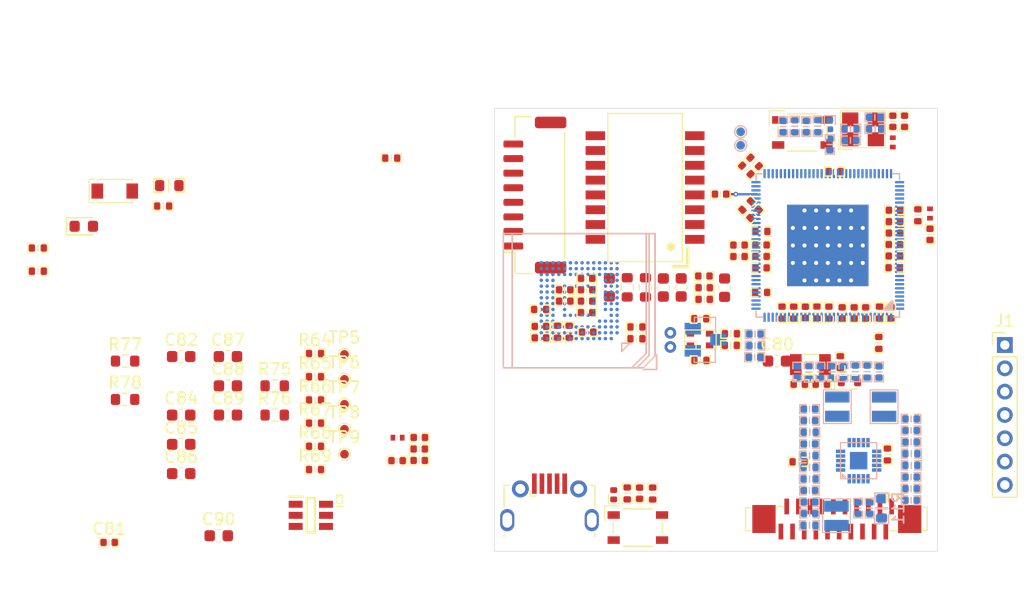
<source format=kicad_pcb>
(kicad_pcb (version 20241229) (generator "pcbnew") (generator_version "9.0")
  (layers (0 "F.Cu" signal) (4 "In1.Cu" signal) (6 "In2.Cu" signal) (8 "In3.Cu" signal) (10 "In4.Cu" signal) (2 "B.Cu" signal) (13 "F.Paste" user) (15 "B.Paste" user) (5 "F.SilkS" user "F.Silkscreen") (7 "B.SilkS" user "B.Silkscreen") (1 "F.Mask" user) (3 "B.Mask" user) (25 "Edge.Cuts" user))
  (net 0 "")
  (net 1 "GND")
  (net 2 "Net-(U7-X2)")
  (net 3 "Net-(U1A-OSC_SOC_XIN)")
  (net 4 "VCC_1V8")
  (net 5 "VDD_0V9")
  (net 6 "Net-(U1A-OSC_RTC_XIN)")
  (net 7 "Net-(U1A-OSC_RTC_XOUT)")
  (net 8 "Net-(U1A-RTC_AVDD3V3)")
  (net 9 "Net-(C74-Pad2)")
  (net 10 "/MIPI_CSI_AVDD_1V8")
  (net 11 "VDD_ARM")
  (net 12 "VCC_DDR")
  (net 13 "Net-(T1-CT1)")
  (net 14 "VCC5V0_SYS")
  (net 15 "/EN3")
  (net 16 "/EN2")
  (net 17 "/EN1")
  (net 18 "Net-(U3-FB1)")
  (net 19 "Net-(U3-FB2)")
  (net 20 "Net-(U3-FB3)")
  (net 21 "Net-(C76-Pad1)")
  (net 22 "Net-(D34-Pad1)")
  (net 23 "Net-(D35-Pad1)")
  (net 24 "TRD0_P")
  (net 25 "VCCIO_FLASH")
  (net 26 "Net-(U1D-CODEC_VCM)")
  (net 27 "Net-(U1D-SARADC_USB_AVDD1V8)")
  (net 28 "/VDDi")
  (net 29 "RX0_N")
  (net 30 "TRD0_N")
  (net 31 "VCC_3V3")
  (net 32 "Net-(U1A-OTP_AVDD1V8_ETH_AVDD1V8_TSADC_AVDD1V8)")
  (net 33 "Net-(U1D-FEPHY_AVDD3V3)")
  (net 34 "Net-(U1A-OSC_SOC_XOUT)")
  (net 35 "/GPIO1_D3_d")
  (net 36 "Net-(U1C-I2C3_SCL_M1_AUD_DSM_N_UART5_TX_M1_PWM11_IR_M2_VI_CIF_CLKO_M1_VO_LCDC_CLK_GPIO1_D3_d)")
  (net 37 "Net-(U1C-MIPI_CLK0_OUT_VI_CIF_CLKO_M0_GPIO3_C4_d)")
  (net 38 "/MIPI{slash}LVDS_MCLK0")
  (net 39 "/MIPI{slash}LVDS_MCLK1")
  (net 40 "RX0_P")
  (net 41 "Net-(U1B-FSPI_CLK_EMMC_CLK_GPIO4_B1_d)")
  (net 42 "/EMMC_CLK")
  (net 43 "/SDMMC_CLK")
  (net 44 "Net-(U1B-JTAG_LPMCU_TCK_M1_I2C0_SCL_M2_PWM10_M0_UART5_RTS_M0_SDMMC_CLK_GPIO3_A4_d)")
  (net 45 "Net-(U1D-DRAM_ZQ)")
  (net 46 "Net-(U1D-FEPHY_REXT)")
  (net 47 "Net-(U1D-CODEC_AVSS)")
  (net 48 "VIN")
  (net 49 "/SDMMC_DET")
  (net 50 "/GPIO0_A4_d")
  (net 51 "/GPIO0_A3_u")
  (net 52 "/GPIO0_A2_d")
  (net 53 "/GPIO1_A2_d")
  (net 54 "/EMMC_D0")
  (net 55 "Net-(J28-Pin_19)")
  (net 56 "/TX_P0+")
  (net 57 "/EMMC_D1")
  (net 58 "/EMMC_D2")
  (net 59 "/TX_P0-")
  (net 60 "/EMMC_D3")
  (net 61 "/RX_P0+")
  (net 62 "/EMMC_D4")
  (net 63 "/RX_P0-")
  (net 64 "/EMMC_D5")
  (net 65 "/GPI3_B0_d")
  (net 66 "/EMMC_D6")
  (net 67 "/GPI3_B1_d")
  (net 68 "Net-(T1-CT3)")
  (net 69 "/EMMC_D7")
  (net 70 "/EMMC_CMD")
  (net 71 "Net-(T1-CT4)")
  (net 75 "/SDMMC_D0")
  (net 76 "/SDMMC_D1")
  (net 78 "/SDMMC_D2")
  (net 79 "/SDMMC_D3")
  (net 80 "/SDMMC_CMD")
  (net 81 "/GPIO0_A5_d")
  (net 82 "/GPIO0_A6_d")
  (net 83 "/GPIO1_A4_d")
  (net 84 "/GPIO1_A3_d")
  (net 85 "/FLASH_ALE{slash}EMMC_RST")
  (net 86 "/MIPI{slash}LVDS_D0_N")
  (net 87 "/GPIO1_B0_d")
  (net 88 "/GPIO1_C7_d")
  (net 89 "/GPIO2_A7_d")
  (net 90 "/MIPI{slash}LVDS_CLK_N")
  (net 91 "/MIPI{slash}LVDS_D2_P")
  (net 92 "Net-(U1B-VCCIO3_VCC)")
  (net 93 "/MIPI{slash}LVDS_CLK_P")
  (net 94 "/USB_P")
  (net 95 "/GPIO1_A1_d")
  (net 96 "/ETH_R_P")
  (net 97 "/GPIO1_A0_d")
  (net 98 "/GPIO1_C5_d")
  (net 99 "/MIC0_P")
  (net 100 "Earth")
  (net 101 "/GPIO1_C2_d")
  (net 102 "/GPIO1_C6_d")
  (net 103 "/GPIO0_A1_d")
  (net 104 "/GPIO1_D0_d")
  (net 105 "/LINEOUT")
  (net 106 "/RECOVERY")
  (net 107 "/MIPI{slash}LVDS_D0_P")
  (net 108 "/MIPI_I2C3_SDA")
  (net 109 "/NPOR")
  (net 110 "/MIPI{slash}LVDS_CLK1_N")
  (net 111 "/GPIO2_B0_d")
  (net 112 "/MIPI{slash}LVDS_CLK1_P")
  (net 113 "/MIC1_N")
  (net 114 "/MIC0_N")
  (net 115 "/GPIO1_B1_d")
  (net 116 "/GPIO2_A2_d")
  (net 117 "/GPIO2_A6_d")
  (net 118 "VCC1V8_MICBIAS")
  (net 119 "/MIPI_I2C_SDA")
  (net 120 "Net-(IC3-BS)")
  (net 121 "/USB_N")
  (net 122 "/GPIO1_C1_d")
  (net 123 "/ETH_T_P")
  (net 124 "/ETH_R_N")
  (net 125 "/GPIO1_C0_d")
  (net 126 "/MIPI{slash}LVDS_RST1")
  (net 127 "/MIPI{slash}LVDS_D2_N")
  (net 128 "/GPIO0_A0_z")
  (net 129 "/GPIO1_D2_d")
  (net 130 "/MIPI_I2C_SCL")
  (net 131 "/GPIO2_B1_d")
  (net 132 "/USB_DET_IN")
  (net 133 "Net-(IC3-LX)")
  (net 134 "/ETH_T_N")
  (net 135 "/GPIO2_A3_d")
  (net 136 "/GPIO1_C3_d")
  (net 137 "/GPIO1_C4_d")
  (net 138 "/GPIO1_D1_d")
  (net 139 "/MIPI{slash}LVDS_D1_N")
  (net 140 "/MIPI{slash}LVDS_D1_P")
  (net 141 "/MIPI_I2C3_SCL")
  (net 142 "/GPIO4_C1_z")
  (net 143 "/MIC1_P")
  (net 144 "Net-(U3-LX)")
  (net 145 "Net-(U3-LX2)")
  (net 146 "Net-(U3-LX3)")
  (net 147 "VCC1V8_CODEC")
  (net 148 "/MIPI{slash}LVDS_RST")
  (net 268 "Net-(D2-Pad2)")
  (net 269 "Net-(D32-PadC)")
  (net 270 "Net-(IC3-FB)")
  (net 271 "/DN")
  (net 272 "/DP")
  (net 274 "/GPIO3_C6_d")
  (net 275 "Net-(FB1-Pad3)")
  (net 276 "Net-(FB1-Pad2)")
  (net 277 "Net-(U1A-TVSS)")
  (net 278 "Net-(D1-K)")
  (net 279 "/USB_VIN")
  (net 280 "Net-(IC3-EN)")
  (net 281 "Net-(U1C-VCCIO5_VCC)")
  (net 282 "Net-(U1C-VCCIO6_VCC)")
  (net 283 "/UART2_TX")
  (net 284 "/UART2_RX")
  (net 285 "/UART1_RTS")
  (net 286 "/UART1_CTS")
  (net 287 "/UART1_RX")
  (net 288 "/UART1_TX")
  (footprint "Footprint Library:R_0402_1005Metric" (layer "F.Cu") (at 98.0425 83.29)
    (property "Reference" "R64")
    (property "Value" "0R")
  )
  (footprint "Footprint Library:TestPoint_Pad_D0.75" (layer "F.Cu") (at 100.5675 83.365)
    (property "Reference" "TP5")
    (property "Value" "DNP")
  )
  (footprint "Footprint Library:R_0402_1005Metric" (layer "F.Cu") (at 124.82 95.29 -90)
    (property "Reference" "R28" (hide yes))
    (property "Value" "100R %5")
  )
  (footprint "Footprint Library:R_0402_1005Metric" (layer "F.Cu") (at 141.09 79.77 -90)
    (property "Reference" "R59" (hide yes))
    (property "Value" "10K %5")
  )
  (footprint "Footprint Library:R_0402_1005Metric" (layer "F.Cu") (at 131.083879 80.303045 180)
    (property "Reference" "R48" (hide yes))
    (property "Value" "0R")
  )
  (footprint "Footprint Library:Test_Point" (layer "F.Cu") (at 128.395609 81.514999 -90)
    (property "Reference" "TP1" (hide yes))
    (property "Value" "DNP")
  )
  (footprint "Resistor_SMD:R_0603_1608Metric" (layer "F.Cu") (at 81.7525 87.23)
    (property "Reference" "R78")
    (property "Value" "30K")
  )
  (footprint "Footprint Library:Feritte_Beads_0402" (layer "F.Cu") (at 150.79 71.28 90)
    (property "Reference" "L7" (hide yes))
    (property "Value" "BLM15PD121SN1" (hide yes))
  )
  (footprint "Footprint Library:C_0402_1005Metric" (layer "F.Cu") (at 143.26 79.81 90)
    (property "Reference" "C51" (hide yes))
    (property "Value" "100nF X5R 16V")
  )
  (footprint "Resistor_SMD:R_0603_1608Metric" (layer "F.Cu") (at 81.7525 83.94)
    (property "Reference" "R77")
    (property "Value" "120K")
  )
  (footprint "Footprint Library:C_0402_1005Metric" (layer "F.Cu") (at 80.3825 99.49)
    (property "Reference" "C81")
    (property "Value" "1nF C0G 50V")
  )
  (footprint "Capacitor_SMD:C_0603_1608Metric" (layer "F.Cu") (at 123.29 77.615 90)
    (property "Reference" "C76" (hide yes))
    (property "Value" "1000pF")
  )
  (footprint "Capacitor_SMD:C_0603_1608Metric" (layer "F.Cu") (at 129.45 77.62 90)
    (property "Reference" "C75" (hide yes))
    (property "Value" "0.01uF")
  )
  (footprint "Footprint Library:TestPoint_Pad_D0.75" (layer "F.Cu") (at 100.5675 85.505)
    (property "Reference" "TP6")
    (property "Value" "DNP")
  )
  (footprint "Footprint Library:R_0402_1005Metric" (layer "F.Cu") (at 125.61 82.02)
    (property "Reference" "R61" (hide yes))
    (property "Value" "DNP")
  )
  (footprint "Footprint Library:R_0402_1005Metric" (layer "F.Cu") (at 117.35 79.51 180)
    (property "Reference" "R21" (hide yes))
    (property "Value" "22R %5")
  )
  (footprint "Footprint Library:R_0402_1005Metric" (layer "F.Cu") (at 104.58 66.53)
    (property "Reference" "R58" (hide yes))
    (property "Value" "0R")
  )
  (footprint "Footprint Library:R_0402_1005Metric" (layer "F.Cu") (at 149.75 71.43 -90)
    (property "Reference" "R24" (hide yes))
    (property "Value" "6.04K %1")
  )
  (footprint "Resistor_SMD:R_0603_1608Metric" (layer "F.Cu") (at 94.5825 88.57)
    (property "Reference" "R76")
    (property "Value" "15K")
  )
  (footprint "Footprint Library:R_0402_1005Metric" (layer "F.Cu") (at 146.4 82.38 90)
    (property "Reference" "R7" (hide yes))
    (property "Value" "22R %5")
  )
  (footprint "Footprint Library:C_0402_1005Metric" (layer "F.Cu") (at 147.75 71 180)
    (property "Reference" "C15" (hide yes))
    (property "Value" "1uF X5R 6.3V")
  )
  (footprint "Footprint Library:R_0402_1005Metric" (layer "F.Cu") (at 135.04 67.5363 135)
    (property "Reference" "R31" (hide yes))
    (property "Value" "0R")
  )
  (footprint "Footprint Library:R_0402_1005Metric" (layer "F.Cu") (at 139.1 79.78 90)
    (property "Reference" "R63" (hide yes))
    (property "Value" "DNP")
  )
  (footprint "Capacitor_SMD:C_0603_1608Metric" (layer "F.Cu") (at 127.92 77.625 -90)
    (property "Reference" "C74" (hide yes))
    (property "Value" "0.01uF")
  )
  (footprint "Footprint Library:C_0402_1005Metric" (layer "F.Cu") (at 132.83 69.62 180)
    (property "Reference" "C9" (hide yes))
    (property "Value" "100nF X5R 16V")
  )
  (footprint "Footprint Library:C_0402_1005Metric" (layer "F.Cu") (at 150.79 73.07 -90)
    (property "Reference" "C52" (hide yes))
    (property "Value" "100nF X5R 16V")
  )
  (footprint "Footprint Library:Test_Point" (layer "F.Cu") (at 128.519378 82.725422 -90)
    (property "Reference" "TP2" (hide yes))
    (property "Value" "DNP")
  )
  (footprint "Footprint Library:C_0402_1005Metric" (layer "F.Cu") (at 147.74 73.94 180)
    (property "Reference" "C20" (hide yes))
    (property "Value" "1uF X5R 6.3V")
  )
  (footprint "Connector_PinHeader_2.00mm:PinHeader_1x07_P2.00mm_Vertical" (layer "F.Cu") (at 157.21 82.56)
    (property "Reference" "J1")
    (property "Value" "DNP")
  )
  (footprint "Footprint Library:R_0402_1005Metric" (layer "F.Cu") (at 131.098021 83.881005 180)
    (property "Reference" "R49" (hide yes))
    (property "Value" "0R")
  )
  (footprint "Footprint Library:R_0402_1005Metric" (layer "F.Cu") (at 98.0425 87.27)
    (property "Reference" "R66")
    (property "Value" "15K")
  )
  (footprint "Capacitor_SMD:C_0603_1608Metric" (layer "F.Cu") (at 86.5625 93.59)
    (property "Reference" "C86")
    (property "Value" "22uF 16V X5R")
  )
  (footprint "Capacitor_SMD:C_0603_1608Metric" (layer "F.Cu") (at 137.67 83.94)
    (property "Reference" "C80")
    (property "Value" "10uF 25V X5R")
  )
  (footprint "Footprint Library:SY8113B" (layer "F.Cu") (at 97.6825 97.17)
    (property "Reference" "IC3")
    (property "Value" "SY8113B" (hide yes))
  )
  (footprint "Footprint Library:SKRPANE010" (layer "F.Cu") (at 139.845 64.3269)
    (property "Reference" "S6" (hide yes))
    (property "Value" "SKRPANE010" (hide yes))
  )
  (footprint "Footprint Library:C_0402_1005Metric" (layer "F.Cu") (at 147.75 72.96 180)
    (property "Reference" "C18" (hide yes))
    (property "Value" "100nF X5R 16V")
  )
  (footprint "Footprint Library:TestPoint_Pad_D0.75" (layer "F.Cu") (at 100.5675 87.645)
    (property "Reference" "TP7")
    (property "Value" "DNP")
  )
  (footprint "Footprint Library:SMD3225-4P" (layer "F.Cu") (at 145.05 64.06)
    (property "Reference" "U7" (hide yes))
    (property "Value" "24MHz" (hide yes))
  )
  (footprint "Footprint Library:TestPoint_Pad_D0.75" (layer "F.Cu") (at 100.5675 91.925)
    (property "Reference" "TP9")
    (property "Value" "DNP")
  )
  (footprint "Footprint Library:C_0402_1005Metric" (layer "F.Cu") (at 144.29 79.81 90)
    (property "Reference" "C13" (hide yes))
    (property "Value" "10uF X5R 6.3V")
  )
  (footprint "Footprint Library:JST_1x8_1MP_P1.25mm_Vertical" (layer "F.Cu") (at 115.05 65.32 90)
    (property "Reference" "J13" (hide yes))
    (property "Value" "JST_1x8-1MP_P1.25mm_Vertical")
  )
  (footprint "Footprint Library:R_0603_1608Metric" (layer "F.Cu") (at 85.54 68.885)
    (property "Reference" "R45" (hide yes))
    (property "Value" "DNP")
  )
  (footprint "Footprint Library:R_0402_1005Metric" (layer "F.Cu") (at 98.0425 91.25)
    (property "Reference" "R68")
    (property "Value" "DNP")
  )
  (footprint "Footprint Library:C_0402_1005Metric" (layer "F.Cu") (at 106.98 92.46)
    (property "Reference" "C26" (hide yes))
    (property "Value" "1uF X5R 6.3V")
  )
  (footprint "Footprint Library:C_0402_1005Metric" (layer "F.Cu") (at 136.3 73.98)
    (property "Reference" "C24" (hide yes))
    (property "Value" "1uF X5R 6.3V")
  )
  (footprint "Footprint Library:Feritte_Beads_0402" (layer "F.Cu") (at 147.6 65.18 90)
    (property "Reference" "L1" (hide yes))
    (property "Value" "BLM15PD121SN1" (hide yes))
  )
  (footprint "Footprint Library:C_0402_1005Metric" (layer "F.Cu") (at 131.42 77.6425 180)
    (property "Reference" "C72" (hide yes))
    (property "Value" "100nF X5R 16V")
  )
  (footprint "Footprint Library:R_0402_1005Metric" (layer "F.Cu") (at 98.0425 93.24)
    (property "Reference" "R69")
    (property "Value" "0R")
  )
  (footprint "Footprint Library:C_0402_1005Metric" (layer "F.Cu") (at 145.27 79.81 90)
    (property "Reference" "C12" (hide yes))
    (property "Value" "10uF X5R 6.3V")
  )
  (footprint "Footprint Library:R_0402_1005Metric" (layer "F.Cu") (at 139.52 92.58)
    (property "Reference" "R22" (hide yes))
    (property "Value" "22R %5")
  )
  (footprint "Footprint Library:C_0402_1005Metric" (layer "F.Cu") (at 134.41 74.97 180)
    (property "Reference" "C73" (hide yes))
    (property "Value" "1uF X5R 6.3V")
  )
  (footprint "Footprint Library:C_0402_1005Metric" (layer "F.Cu") (at 105.08 92.48 180)
    (property "Reference" "C27" (hide yes))
    (property "Value" "100nF X5R 16V")
  )
  (footprint "Footprint Library:C_0402_1005Metric" (layer "F.Cu") (at 121.34 77.82)
    (property "Reference" "C69" (hide yes))
    (property "Value" "100nF X5R 16V")
  )
  (footprint "Footprint Library:R_0402_1005Metric" (layer "F.Cu") (at 119.85 81.42 -90)
    (property "Reference" "R57" (hide yes))
    (property "Value" "50K %5")
  )
  (footprint "Resistor_SMD:R_0603_1608Metric" (layer "F.Cu") (at 124.82 77.615 90)
    (property "Reference" "R71" (hide yes))
    (property "Value" "75R")
  )
  (footprint "Footprint Library:R_0402_1005Metric" (layer "F.Cu") (at 98.0425 89.26)
    (property "Reference" "R67")
    (property "Value" "0R")
  )
  (footprint "Footprint Library:R_0402_1005Metric" (layer "F.Cu") (at 135.05826 70.59804 -135)
    (property "Reference" "R30" (hide yes))
    (property "Value" "0R")
  )
  (footprint "Footprint Library:R_0402_1005Metric" (layer "F.Cu") (at 147.14 91.95 90)
    (property "Reference" "R6" (hide yes))
    (property "Value" "22R %5")
  )
  (footprint "Footprint Library:C_0402_1005Metric" (layer "F.Cu") (at 131.4 76.64 180)
    (property "Reference" "C22" (hide yes))
    (property "Value" "10uF X5R 6.3V")
  )
  (footprint "Footprint Library:SKRPANE010" (layer "F.Cu") (at 125.735 98.2169)
    (property "Reference" "S5" (hide yes))
    (property "Value" "SKRPANE010" (hide yes))
  )
  (footprint "Footprint Library:R_0402_1005Metric" (layer "F.Cu") (at 146.46 79.78 -90)
    (property "Reference" "R5" (hide yes))
    (property "Value" "1R %5")
  )
  (footprint "Capacitor_SMD:C_0603_1608Metric" (layer "F.Cu") (at 86.5625 91.08)
    (property "Reference" "C85")
    (property "Value" "22pF")
  )
  (footprint "Resistor_SMD:R_0603_1608Metric" (layer "F.Cu") (at 94.5825 86.06)
    (property "Reference" "R75")
    (property "Value" "110K")
  )
  (footprint "Footprint Library:R_0402_1005Metric" (layer "F.Cu") (at 133.715199 81.58998 180)
    (property "Reference" "R46" (hide yes))
    (property "Value" "2.2R %5")
  )
  (footprint "Footprint Library:R_0402_1005Metric" (layer "F.Cu") (at 133.70705 82.59 180)
    (property "Reference" "R47" (hide yes))
    (property "Value" "2.2R %5")
  )
  (footprint "Footprint Library:R_0402_1005Metric" (layer "F.Cu") (at 127 95.3 90)
    (property "Reference" "R27" (hide yes))
    (property "Value" "10K %5")
  )
  (footprint "Crystal:Crystal_SMD_3215-2Pin_3.2x1.5mm" (layer "F.Cu") (at 140.53 84.24 180)
    (property "Reference" "Y1" (hide yes))
    (property "Value" "Crystal_32.768kHz")
  )
  (footprint "Footprint Library:C_0402_1005Metric" (layer "F.Cu") (at 121.34 78.8 180)
    (property "Reference" "C63" (hide yes))
    (property "Value" "100nF X5R 16V")
  )
  (footprint "Footprint Library:SS14" (layer "F.Cu") (at 80.865 69.355)
    (property "Reference" "D32" (hide yes))
    (property "Value" "MBR230LSFT1G" (hide yes))
  )
  (footprint "Footprint Library:AFC11-S20ICA-00" (layer "F.Cu") (at 140.25 97.485 180)
    (property "Reference" "J28" (hide yes))
    (property "Value" "AFC11-S20ICA-00")
  )
  (footprint "LED_SMD:LED_0603_1608Metric" (layer "F.Cu") (at 78.21 72.375)
    (property "Reference" "D2" (hide yes))
    (property "Value" "LED_White")
  )
  (footprint "Footprint Library:C_0402_1005Metric" (layer "F.Cu") (at 106.99 90.49)
    (property "Reference" "C28" (hide yes))
    (property "Value" "10uF X5R 6.3V")
  )
  (footprint "Capacitor_SMD:C_0603_1608Metric" (layer "F.Cu") (at 86.5625 83.55)
    (property "Reference" "C82")
    (property "Value" "10uF 25V X5R")
  )
  (footprint "Footprint Library:C_0402_1005Metric" (layer "F.Cu") (at 147.75 71.98 180)
    (property "Reference" "C14" (hide yes))
    (property "Value" "1uF X5R 6.3V")
  )
  (footprint "Footprint Library:C_0402_1005Metric" (layer "F.Cu") (at 139.58 85.93)
    (property "Reference" "C6" (hide yes))
    (property "Value" "18pF 50V C0G")
  )
  (footprint "Capacitor_SMD:C_0603_1608Metric" (layer "F.Cu") (at 90.5725 86.06)
    (property "Reference" "C88")
    (property "Value" "100nF 16V X5R")
  )
  (footprint "Footprint Library:C_0402_1005Metric" (layer "F.Cu") (at 147.74 74.92 180)
    (property "Reference" "C19" (hide yes))
    (property "Value" "10uF X5R 6.3V")
  )
  (footprint "Footprint Library:C_0402_1005Metric" (layer "F.Cu") (at 121.43 81.45 180)
    (property "Reference" "C62" (hide yes))
    (property "Value" "1uF X5R 6.3V")
  )
  (footprint "footprint:Micro-B SMD" (layer "F.Cu") (at 118.155 94.9)
    (property "Reference" "J20" (hide yes))
    (property "Value" "MICRO XNJ ZB" (hide yes))
  )
  (footprint "Footprint Library:C_0402_1005Metric" (layer "F.Cu") (at 106.98 91.48)
    (property "Reference" "C29" (hide yes))
    (property "Value" "100nF X5R 16V")
  )
  (footprint "Footprint Library:0603_Ferrite Beads" (layer "F.Cu") (at 133.17 77.6425 90)
    (property "Reference" "L8" (hide yes))
    (property "Value" "CBG160808U000T")
  )
  (footprint "Footprint Library:Feritte_Beads_0402" (layer "F.Cu") (at 105.12 90.51)
    (property "Reference" "L2" (hide yes))
    (property "Value" "BLM15PD121SN1" (hide yes))
  )
  (footprint "Footprint Library:TestPoint_Pad_D0.75" (layer "F.Cu") (at 100.5675 89.785)
    (property "Reference" "TP8")
    (property "Value" "DNP")
  )
  (footprint "Footprint Library:C_0402_1005Metric" (layer "F.Cu") (at 131.42 78.6425 180)
    (property "Reference" "C71" (hide yes))
    (property "Value" "4.7uF X5R 6.3V")
  )
  (footprint "Capacitor_SMD:C_0603_1608Metric" (layer "F.Cu") (at 86.5625 88.57)
    (property "Reference" "C84")
    (property "Value" "100nF")
  )
  (footprint "Footprint Library:C_0402_1005Metric" (layer "F.Cu") (at 121.34 79.78 180)
    (property "Reference" "C68" (hide yes))
    (property "Value" "100nF X5R 16V")
  )
  (footprint "Footprint Library:C_0402_1005Metric" (layer "F.Cu") (at 117.38 81.94 180)
    (property "Reference" "C67" (hide yes))
    (property "Value" "4.7uF X5R 6.3V")
  )
  (footprint "Footprint Library:C_0402_1005Metric" (layer "F.Cu") (at 117.38 80.96 180)
    (property "Reference" "C66" (hide yes))
    (property "Value" "100nF X5R 16V")
  )
  (footprint "Capacitor_SMD:C_0603_1608Metric" (layer "F.Cu") (at 90.5725 83.55)
    (property "Reference" "C87")
    (property "Value" "22uF 16V X5R")
  )
  (footprint "Footprint Library:C_0402_1005Metric" (layer "F.Cu") (at 134.41 73.99 180)
    (property "Reference" "C25" (hide yes))
    (property "Value" "100nF X5R 16V")
  )
  (footprint "Footprint Library:C_0402_1005Metric" (layer "F.Cu") (at 147.6 63.37 90)
    (property "Reference" "C3" (hide yes))
    (property "Value" "100nF X5R 16V")
  )
  (footprint "Footprint Library:C_0402_1005Metric" (layer "F.Cu") (at 140.1 79.76 90)
    (property "Reference" "C79" (hide yes))
    (property "Value" "1nF C0G 50V")
  )
  (footprint "Footprint Library:R_0402_1005Metric" (layer "F.Cu") (at 98.0425 85.28)
    (property "Reference" "R65")
    (property "Value" "10K")
  )
  (footprint "Footprint Library:C_0402_1005Metric" (layer "F.Cu") (at 141.47 85.93 180)
    (property "Reference" "C7" (hide yes))
    (property "Value" "18pF 50V C0G")
  )
  (footprint "Footprint Library:R_0402_1005Metric" (layer "F.Cu") (at 74.265 76.23)
    (property "Reference" "R44" (hide yes))
    (property "Value" "4.7K %5")
  )
  (footprint "Footprint Library:C_0402_1005Metric" (layer "F.Cu") (at 148.61 63.37 90)
    (property "Reference" "C4" (hide yes))
    (property "Value" "100nF X5R 16V")
  )
  (footprint "Diode_SMD:D_SOD-523" (layer "F.Cu") (at 143.88 85.75)
    (property "Reference" "D1" (hide yes))
    (property "Value" "RB521S-30")
  )
  (footprint "Footprint Library:R_0402_1005Metric" (layer "F.Cu") (at 125.61 81.01)
    (property "Reference" "R55" (hide yes))
    (property "Value" "10K %5")
  )
  (footprint "Footprint Library:R_0402_1005Metric" (layer "F.Cu") (at 85.015 70.64)
    (property "Reference" "R50" (hide yes))
    (property "Value" "DNP")
  )
  (footprint "Resistor_SMD:R_0603_1608Metric" (layer "F.Cu") (at 126.38 77.615 90)
    (property "Reference" "R70" (hide yes))
    (property "Value" "75R")
  )
  (footprint "Footprint Library:C_0402_1005Metric" (layer "F.Cu") (at 121.34 76.84)
    (property "Reference" "C70" (hide yes))
    (property "Value" "4.7uF X5R 6.3V")
  )
  (footprint "Footprint Library:R_0402_1005Metric" (layer "F.Cu") (at 138.1 79.78 -90)
    (property "Reference" "R62" (hide yes))
    (property "Value" "0R")
  )
  (footprint "Footprint Library:R_0402_1005Metric" (layer "F.Cu") (at 136.31 78.05 180)
    (property "Reference" "R25" (hide yes))
    (property "Value" "0R")
  )
  (footprint "Footprint Library:R_0402_1005Metric" (layer "F.Cu") (at 135.74826 66.85456 135)
    (property "Reference" "R32" (hide yes))
    (property "Value" "0R")
  )
  (footprint "Footprint Library:R_0402_1005Metric" (layer "F.Cu") (at 118.84 81.42 -90)
    (property "Reference" "R56" (hide yes))
    (property "Value" "10K %5")
  )
  (footprint "Footprint Library:C_0402_1005Metric" (layer "F.Cu") (at 147.45 79.8 90)
    (property "Reference" "C11" (hide yes))
    (property "Value" "100nF X5R 16V")
  )
  (footprint "Footprint Library:ESD5341N" (layer "F.Cu") (at 123.66 95.802995 90)
    (property "Reference" "D34" (hide yes))
    (property "Value" "ESD5451N" (hide yes))
  )
  (footprint "Footprint Library:C_0402_1005Metric" (layer "F.Cu") (at 136.3 74.96)
    (property "Reference" "C23" (hide yes))
    (property "Value" "10uF X5R 6.3V")
  )
  (footprint "Footprint Library:R_0402_1005Metric" (layer "F.Cu") (at 135.74173 71.30457 -135)
    (property "Reference" "R29" (hide yes))
    (property "Value" "0R")
  )
  (footprint "Footprint Library:R_0402_1005Metric" (layer "F.Cu") (at 142.12 79.78 90)
    (property "Reference" "R60" (hide yes))
    (property "Value" "10K %5")
  )
  (footprint "Footprint Library:C_0402_1005Metric" (layer "F.Cu") (at 119.46 78.8 180)
    (property "Reference" "C64" (hide yes))
    (property "Value" "100nF X5R 16V")
  )
  (footprint "Footprint Library:R_0402_1005Metric" (layer "F.Cu") (at 143.1 84.03 90)
    (property "Reference" "R3" (hide yes))
    (property "Value" "100R %5")
  )
  (footprint "Footprint Library:C_0402_1005Metric" (layer "F.Cu") (at 119.46 77.82 180)
    (property "Reference" "C65" (hide yes))
    (property "Value" "100nF X5R 16V")
  )
  (footprint "Footprint Library:R_0402_1005Metric" (layer "F.Cu") (at 74.265 74.24)
    (property "Reference" "R43" (hide yes))
    (property "Value" "4.7K %5")
  )
  (footprint "Capacitor_SMD:C_0603_1608Metric" (layer "F.Cu") (at 89.7825 98.92)
    (property "Reference" "C90")
    (property "Value" "100nF 16V X5R")
  )
  (footprint "Footprint Library:SMD-4P,2.0x1.2mm" (layer "F.Cu") (at 130.239981 82.58998)
    (property "Reference" "FB1" (hide yes))
    (property "Value" "DNP")
  )
  (footprint "Footprint Library:C_0402_1005Metric" (layer "F.Cu") (at 125.88 95.27 -90)
    (property "Reference" "C77" (hide yes))
    (property "Value" "1nF C0G 50V")
  )
  (footprint "Footprint Library:R_0402_1005Metric" (layer "F.Cu") (at 135.76 83.61)
    (property "Reference" "R26" (hide yes))
    (property "Value" "1R %5")
  )
  (footprint "Footprint Library:R_0402_1005Metric" (layer "F.Cu") (at 136.33 72.82)
    (property "Reference" "R23" (hide yes))
    (property "Value" "240R %1")
  )
  (footprint "Footprint Library:C_0402_1005Metric" (layer "F.Cu") (at 147.72 75.93 180)
    (property "Reference" "C21" (hide yes))
    (property "Value" "100nF X5R 16V")
  )
  (footprint "Footprint Library:R_0402_1005Metric" (layer "F.Cu") (at 142.61 67.68)
    (property "Reference" "R4" (hide yes))
    (property "Value" "22R %5")
  )
  (footprint "Footprint Library:H1102NL" (layer "F.Cu") (at 126.35 69.05175 90)
    (property "Reference" "T1" (hide yes))
    (property "Value" "H1102NL" (hide yes))
  )
  (footprint "Footprint Library:C_0402_1005Metric" (layer "F.Cu") (at 136.3 75.94)
    (property "Reference" "C50" (hide yes))
    (property "Value" "100nF X5R 16V")
  )
  (footprint "Capacitor_SMD:C_0603_1608Metric" (layer "F.Cu") (at 90.5725 88.57)
    (property "Reference" "C89")
    (property "Value" "100nF 16V X5R")
  )
  (footprint "Footprint Library:C_0402_1005Metric" (layer "B.Cu") (at 142.2 65.36 90)
    (property "Reference" "C10" (hide yes))
    (property "Value" "100nF X5R 16V")
  )
  (footprint "Footprint Library:EA3036C" (layer "B.Cu") (at 144.67 92.48)
    (property "Reference" "U3" (hide yes))
    (property "Value" "EA3036C")
  )
  (footprint "Footprint Library:C_0402_1005Metric" (layer "B.Cu") (at 140.46 96.03 180)
    (property "Reference" "C44" (hide yes))
    (property "Value" "10uF")
  )
  (footprint "Footprint Library:FTC252012S1R5MBCA" (layer "B.Cu") (at 146.855 87.025 -90)
    (property "Reference" "L4" (hide yes))
    (property "Value" "FTC252012S1R5MBCA")
  )
  (footprint "Footprint Library:RV1106G3" (layer "B.Cu") (at 141.965 74.07)
    (property "Reference" "U1" (hide yes))
    (property "Value" "RV1106G3")
  )
  (footprint "Footprint Library:C_0402_1005Metric" (layer "B.Cu") (at 149.17 88.89)
    (property "Reference" "C38" (hide yes))
    (property "Value" "4.7uF")
  )
  (footprint "Footprint Library:C_0402_1005Metric" (layer "B.Cu") (at 140.45 95.04)
    (property "Reference" "C45" (hide yes))
    (property "Value" "220pF")
  )
  (footprint "Footprint Library:R_0402_1005Metric" (layer "B.Cu") (at 146.08 64.02 180)
    (property "Reference" "R2" (hide yes))
    (property "Value" "22R %5")
  )
  (footprint "Footprint Library:C_0402_1005Metric" (layer "B.Cu") (at 146.42 84.87 90)
    (property "Reference" "C36" (hide yes))
    (property "Value" "100nF X5R 16V")
  )
  (footprint "Footprint Library:R_0402_1005Metric" (layer "B.Cu") (at 140.475 90.045 180)
    (property "Reference" "R16" (hide yes))
    (property "Value" "47K %1")
  )
  (footprint "Footprint Library:R_0402_1005Metric" (layer "B.Cu") (at 144.39 84.84 -90)
    (property "Reference" "R12" (hide yes))
    (property "Value" "10K %5")
  )
  (footprint "Footprint Library:C_0402_1005Metric" (layer "B.Cu") (at 141.39 84.87 90)
    (property "Reference" "C17" (hide yes))
    (property "Value" "100nF X5R 16V")
  )
  (footprint "Footprint Library:C_0402_1005Metric" (layer "B.Cu") (at 149.17 90.89 180)
    (property "Reference" "C37" (hide yes))
    (property "Value" "220pF")
  )
  (footprint "Footprint Library:R_0402_1005Metric" (layer "B.Cu") (at 140.46 93.05 180)
    (property "Reference" "R20" (hide yes))
    (property "Value" "100K %1")
  )
  (footprint "Footprint Library:R_0402_1005Metric" (layer "B.Cu") (at 141.17 63.79 90)
    (property "Reference" "R42" (hide yes))
    (property "Value" "100R %5")
  )
  (footprint "Footprint Library:R_0402_1005Metric" (layer "B.Cu") (at 140.455 92.045 180)
    (property "Reference" "R17" (hide yes))
    (property "Value" "100K %1")
  )
  (footprint "Footprint Library:SOT-23-Diode" (layer "B.Cu") (at 130.441829 83.056167 90)
    (property "Reference" "ESD1" (hide yes))
    (property "Value" "ESD5302F")
  )
  (footprint "Footprint Library:R_0402_1005Metric" (layer "B.Cu") (at 149.19 92.88)
    (property "Reference" "R15" (hide yes))
    (property "Value" "9.1K %1")
  )
  (footprint "Footprint Library:R_0402_1005Metric" (layer "B.Cu") (at 149.19 91.88)
    (property "Reference" "R14" (hide yes))
    (property "Value" "40.2K %1")
  )
  (footprint "Footprint Library:FTC252012S1R5MBCA" (layer "B.Cu") (at 142.84 87.02 -90)
    (property "Reference" "L5" (hide yes))
    (property "Value" "FTC252012S1R5MBCA")
  )
  (footprint "Footprint Library:C_0402_1005Metric" (layer "B.Cu") (at 139.41 84.87 -90)
    (property "Reference" "C8" (hide yes))
    (property "Value" "1uF X5R 6.3V")
  )
  (footprint "Footprint Library:FTC252012S1R5MBCA" (layer "B.Cu") (at 142.77 98.035 90)
    (property "Reference" "L6" (hide yes))
    (property "Value" "FTC252012S1R5MBCA")
  )
  (footprint "Footprint Library:R_0603_1608Metric" (layer "B.Cu") (at 146.64 96.57 90)
    (property "Reference" "R11")
    (property "Value" "100K %5")
  )
  (footprint "Footprint Library:R_0402_1005Metric" (layer "B.Cu") (at 139.19 63.8 -90)
    (property "Reference" "R33" (hide yes))
    (property "Value" "1K %5")
  )
  (footprint "Footprint Library:C_0402_1005Metric" (layer "B.Cu") (at 140.455 88.055 180)
    (property "Reference" "C40" (hide yes))
    (property "Value" "10uF")
  )
  (footprint "Footprint Library:C_0402_1005Metric" (layer "B.Cu") (at 140.18 63.82 90)
    (property "Reference" "C78" (hide yes))
    (property "Value" "1nF C0G 50V")
  )
  (footprint "Footprint Library:EMMC" (layer "B.Cu") (at 120.700067 78.760061 90)
    (property "Reference" "U9" (hide yes))
    (property "Value" "RS70B08G3S03F" (hide yes))
  )
  (footprint "Footprint Library:ESD5341N" (layer "B.Cu") (at 142.19 63.257006 -90)
    (property "Reference" "D35" (hide yes))
    (property "Value" "ESD5451N" (hide yes))
  )
  (footprint "Footprint Library:C_0402_1005Metric" (layer "B.Cu") (at 135.78 81.62 180)
    (property "Reference" "C53" (hide yes))
    (property "Value" "4.7uF X5R 6.3V")
  )
  (footprint "Footprint Library:C_0402_1005Metric" (layer "B.Cu") (at 144.63 96.55 -90)
    (property "Reference" "C46" (hide yes))
    (property "Value" "10uF 10V")
  )
  (footprint "Footprint Library:C_0402_1005Metric" (layer "B.Cu") (at 140.46 97.01 180)
    (property "Reference" "C43" (hide yes))
    (property "Value" "4.7uF")
  )
  (footprint "Footprint Library:C_0402_1005Metric" (layer "B.Cu") (at 146.06 63.03 180)
    (property "Reference" "C1" (hide yes))
    (property "Value" "18pF 50V C0G")
  )
  (footprint "Footprint Library:C_0402_1005Metric" (layer "B.Cu") (at 143.97 65.01 180)
    (property "Reference" "C2" (hide yes))
    (property "Value" "18pF 50V C0G")
  )
  (footprint "Footprint Library:C_0402_1005Metric" (layer "B.Cu") (at 149.17 93.89)
    (property "Reference" "C47" (hide yes))
    (property "Value" "10uF 10V")
  )
  (footprint "Footprint Library:C_0402_1005Metric" (layer "B.Cu") (at 140.455 91.045)
    (property "Reference" "C42" (hide yes))
    (property "Value" "220pF")
  )
  (footprint "Footprint Library:R_0402_1005Metric" (layer "B.Cu") (at 140.45 98.03)
    (property "Reference" "R10" (hide yes))
    (property "Value" "0R")
  )
  (footprint "Footprint Library:R_0402_1005Metric" (layer "B.Cu") (at 145.4 84.84 -90)
    (property "Reference" "R13" (hide yes))
    (property "Value" "200K")
  )
  (footprint "Footprint Library:R_0402_1005Metric" (layer "B.Cu") (at 140.46 94.05 180)
    (property "Reference" "R19" (hide yes))
    (property "Value" "200K %1")
  )
  (footprint "Footprint Library:TestPoint_Pad_D0.75" (layer "B.Cu") (at 134.55 65.43 90)
    (property "Reference" "TP4" (hide yes))
    (property "Value" "DNP")
  )
  (footprint "Footprint Library:C_0402_1005Metric" (layer "B.Cu") (at 145.62 96.55 -90)
    (property "Reference" "C34" (hide yes))
    (property "Value" "100nF X5R 16V")
  )
  (footprint "Footprint Library:C_0402_1005Metric" (layer "B.Cu") (at 149.17 94.88)
    (property "Reference" "C48" (hide yes))
    (property "Value" "10uF 10V")
  )
  (footprint "Footprint Library:C_0402_1005Metric" (layer "B.Cu") (at 140.455 89.045 180)
    (property "Reference" "C41" (hide yes))
    (property "Value" "10uF")
  )
  (footprint "Footprint Library:C_0402_1005Metric" (layer "B.Cu") (at 149.17 95.88)
    (property "Reference" "C49" (hide yes))
    (property "Value" "10uF 10V")
  )
  (footprint "Footprint Library:C_0402_1005Metric" (layer "B.Cu") (at 149.17 89.89)
    (property "Reference" "C39" (hide yes))
    (property "Value" "4.7uF")
  )
  (footprint "Footprint Library:TestPoint_Pad_D0.75" (layer "B.Cu") (at 134.55 64.27 90)
    (property "Reference" "TP3" (hide yes))
    (property "Value" "DNP")
  )
  (footprint "Footprint Library:C_0402_1005Metric" (layer "B.Cu") (at 143.36 84.87 90)
    (property "Reference" "C35" (hide yes))
    (property "Value" "DNP")
  )
  (footprint "Footprint Library:C_0402_1005Metric" (layer "B.Cu") (at 135.75 83.61 180)
    (property "Reference" "C54" (hide yes))
    (property "Value" "100nF X5R 16V")
  )
  (footprint "Footprint Library:C_0402_1005Metric" (layer "B.Cu") (at 135.78 82.61 180)
    (property "Reference" "C55" (hide yes))
    (property "Value" "100nF X5R 16V")
  )
  (footprint "Footprint Library:C_0402_1005Metric" (layer "B.Cu") (at 138.2 63.82 90)
    (property "Reference" "C5" (hide yes))
    (property "Value" "100nF X5R 16V")
  )
  (footprint "Footprint Library:R_0402_1005Metric" (layer "B.Cu") (at 143.98 64.02)
    (property "Reference" "R1" (hide yes))
    (property "Value" "1M %5")
  )
  (footprint "Footprint Library:C_0402_1005Metric" (layer "B.Cu") (at 142.37 84.87 90)
    (property "Reference" "C16" (hide yes))
    (property "Value" "100nF X5R 16V")
  )
  (footprint "Footprint Library:R_0402_1005Metric" (layer "B.Cu") (at 140.4 84.89 90)
    (property "Reference" "R18" (hide yes))
    (property "Value" "0R")
  )
  (gr_rect (start 113.43 62.25) (end 151.43 100.25) (stroke (width 0.05)) (fill no) (layer "Edge.Cuts"))
  (segment (start 134.14 69.62) (end 133.31 69.62) (width 0.2) (layer "F.Cu") (net 31))
  (via (at 134.14 69.62) (size 0.4) (drill 0.2) (layers "F.Cu" "B.Cu") (net 31))
  (segment (start 134.15 69.63) (end 135.86 69.63) (width 0.2) (layer "B.Cu") (net 31))
  (segment (start 134.14 69.62) (end 134.15 69.63) (width 0.2) (layer "B.Cu") (net 31))
  (segment (start 135.86 69.63) (end 135.875 69.645) (width 0.2) (layer "B.Cu") (net 31))
  (segment (start 131.889981 82.58998) (end 131.89 82.59) (width 0.2) (layer "F.Cu") (net 276))
)
</source>
